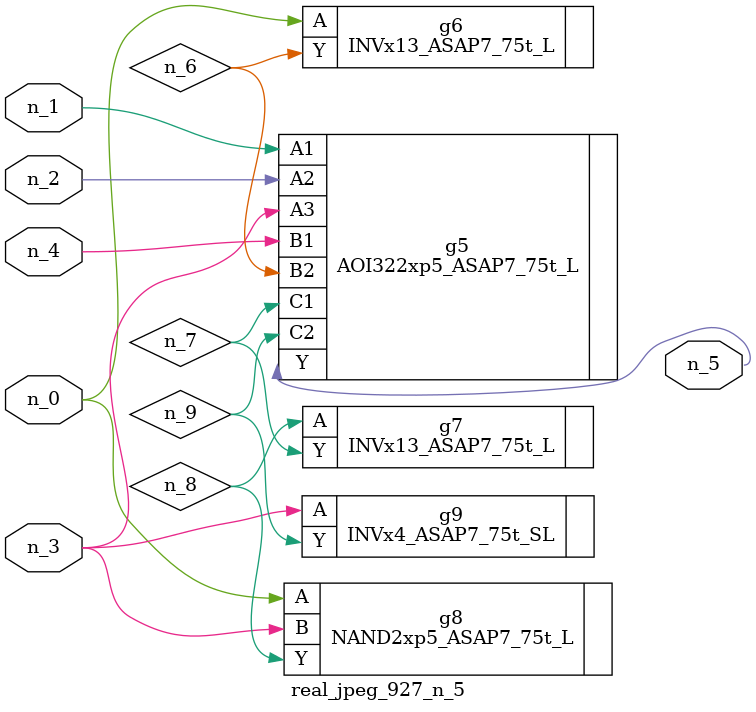
<source format=v>
module real_jpeg_927_n_5 (n_4, n_0, n_1, n_2, n_3, n_5);

input n_4;
input n_0;
input n_1;
input n_2;
input n_3;

output n_5;

wire n_8;
wire n_6;
wire n_7;
wire n_9;

INVx13_ASAP7_75t_L g6 ( 
.A(n_0),
.Y(n_6)
);

NAND2xp5_ASAP7_75t_L g8 ( 
.A(n_0),
.B(n_3),
.Y(n_8)
);

AOI322xp5_ASAP7_75t_L g5 ( 
.A1(n_1),
.A2(n_2),
.A3(n_3),
.B1(n_4),
.B2(n_6),
.C1(n_7),
.C2(n_9),
.Y(n_5)
);

INVx4_ASAP7_75t_SL g9 ( 
.A(n_3),
.Y(n_9)
);

INVx13_ASAP7_75t_L g7 ( 
.A(n_8),
.Y(n_7)
);


endmodule
</source>
